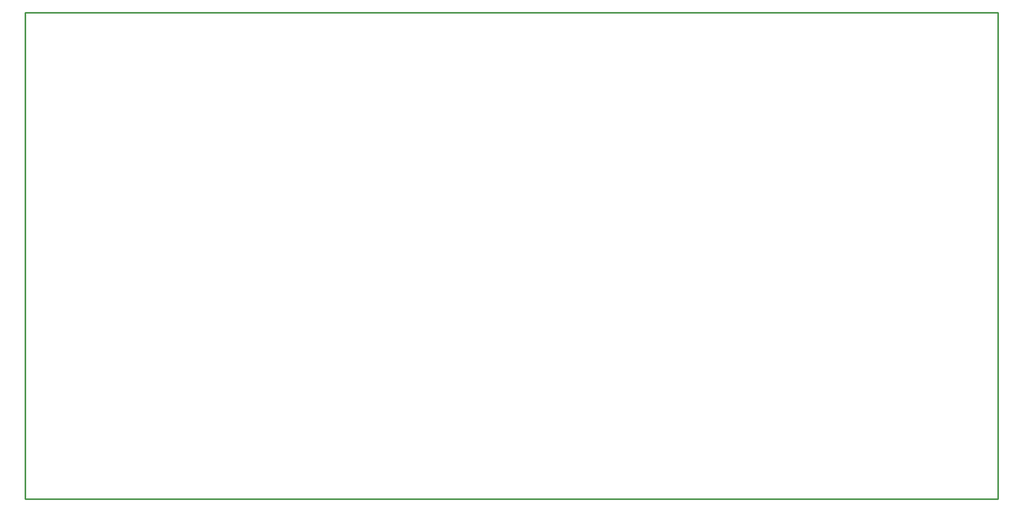
<source format=gko>
G04 Layer: BoardOutlineLayer*
G04 EasyEDA v6.5.22, 2023-04-04 14:00:32*
G04 79496cce5080412a9a947eb680a86b2a,0997c0c323a540828c61b468e30a80a1,10*
G04 Gerber Generator version 0.2*
G04 Scale: 100 percent, Rotated: No, Reflected: No *
G04 Dimensions in millimeters *
G04 leading zeros omitted , absolute positions ,4 integer and 5 decimal *
%FSLAX45Y45*%
%MOMM*%

%ADD10C,0.2540*%
D10*
X762000Y12700000D02*
G01*
X16499966Y12699974D01*
X16497300Y4826000D01*
X762000Y4826000D01*
X762000Y12700000D01*

%LPD*%
M02*

</source>
